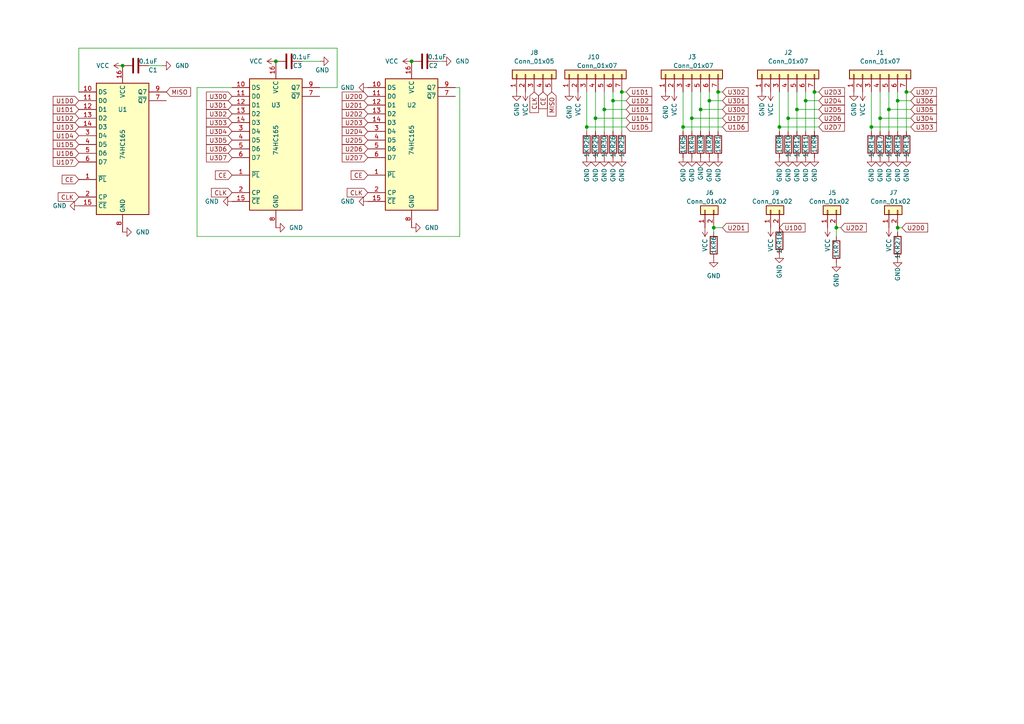
<source format=kicad_sch>
(kicad_sch (version 20230121) (generator eeschema)
  (paper "A4")
  (lib_symbols
    (symbol "74xx:74HC165"
      (property "Reference" "U" (at -7.62 19.05 0))
      (property "Value" "74HC165" (at -7.62 -21.59 0))
      (symbol "74HC165_1_0"
        (pin input line (at -12.7 -10.16 0) (length 5.08) (name "~{PL}") (number "1"))
        (pin input line (at -12.7 15.24 0) (length 5.08) (name "DS") (number "10"))
        (pin input line (at -12.7 12.7 0) (length 5.08) (name "D0") (number "11"))
        (pin input line (at -12.7 10.16 0) (length 5.08) (name "D1") (number "12"))
        (pin input line (at -12.7 7.62 0) (length 5.08) (name "D2") (number "13"))
        (pin input line (at -12.7 5.08 0) (length 5.08) (name "D3") (number "14"))
        (pin input line (at -12.7 -17.78 0) (length 5.08) (name "~{CE}") (number "15"))
        (pin power_in line (at 0 22.86 270) (length 5.08) (name "VCC") (number "16"))
        (pin input line (at -12.7 -15.24 0) (length 5.08) (name "CP") (number "2"))
        (pin input line (at -12.7 2.54 0) (length 5.08) (name "D4") (number "3"))
        (pin input line (at -12.7 0 0) (length 5.08) (name "D5") (number "4"))
        (pin input line (at -12.7 -2.54 0) (length 5.08) (name "D6") (number "5"))
        (pin input line (at -12.7 -5.08 0) (length 5.08) (name "D7") (number "6"))
        (pin output line (at 12.7 12.7 180) (length 5.08) (name "~{Q7}") (number "7"))
        (pin power_in line (at 0 -25.4 90) (length 5.08) (name "GND") (number "8"))
        (pin output line (at 12.7 15.24 180) (length 5.08) (name "Q7") (number "9"))
      )
      (symbol "74HC165_1_1"
        (rectangle (start -7.62 17.78) (end 7.62 -20.32) (stroke (width 0.254)) (fill (type background)))
      )
    )
    (symbol "Connector_Generic:Conn_01x02" (pin_names (offset 1.016) hide)
      (property "Reference" "J" (at 0 2.54 0))
      (property "Value" "Conn_01x02" (at 0 -5.08 0))
      (symbol "Conn_01x02_1_1"
        (rectangle (start -1.27 -2.413) (end 0 -2.667) (stroke (width 0.1524)))
        (rectangle (start -1.27 0.127) (end 0 -0.127) (stroke (width 0.1524)))
        (rectangle (start -1.27 1.27) (end 1.27 -3.81) (stroke (width 0.254)) (fill (type background)))
        (pin passive line (at -5.08 0 0) (length 3.81) (name "Pin_1") (number "1"))
        (pin passive line (at -5.08 -2.54 0) (length 3.81) (name "Pin_2") (number "2"))
      )
    )
    (symbol "Connector_Generic:Conn_01x05" (pin_names (offset 1.016) hide)
      (property "Reference" "J" (at 0 7.62 0))
      (property "Value" "Conn_01x05" (at 0 -7.62 0))
      (symbol "Conn_01x05_1_1"
        (rectangle (start -1.27 -4.953) (end 0 -5.207) (stroke (width 0.1524)))
        (rectangle (start -1.27 -2.413) (end 0 -2.667) (stroke (width 0.1524)))
        (rectangle (start -1.27 0.127) (end 0 -0.127) (stroke (width 0.1524)))
        (rectangle (start -1.27 2.667) (end 0 2.413) (stroke (width 0.1524)))
        (rectangle (start -1.27 5.207) (end 0 4.953) (stroke (width 0.1524)))
        (rectangle (start -1.27 6.35) (end 1.27 -6.35) (stroke (width 0.254)) (fill (type background)))
        (pin passive line (at -5.08 5.08 0) (length 3.81) (name "Pin_1") (number "1"))
        (pin passive line (at -5.08 2.54 0) (length 3.81) (name "Pin_2") (number "2"))
        (pin passive line (at -5.08 0 0) (length 3.81) (name "Pin_3") (number "3"))
        (pin passive line (at -5.08 -2.54 0) (length 3.81) (name "Pin_4") (number "4"))
        (pin passive line (at -5.08 -5.08 0) (length 3.81) (name "Pin_5") (number "5"))
      )
    )
    (symbol "Connector_Generic:Conn_01x07" (pin_names (offset 1.016) hide)
      (property "Reference" "J" (at 0 10.16 0))
      (property "Value" "Conn_01x07" (at 0 -10.16 0))
      (symbol "Conn_01x07_1_1"
        (rectangle (start -1.27 -7.493) (end 0 -7.747) (stroke (width 0.1524)))
        (rectangle (start -1.27 -4.953) (end 0 -5.207) (stroke (width 0.1524)))
        (rectangle (start -1.27 -2.413) (end 0 -2.667) (stroke (width 0.1524)))
        (rectangle (start -1.27 0.127) (end 0 -0.127) (stroke (width 0.1524)))
        (rectangle (start -1.27 2.667) (end 0 2.413) (stroke (width 0.1524)))
        (rectangle (start -1.27 5.207) (end 0 4.953) (stroke (width 0.1524)))
        (rectangle (start -1.27 7.747) (end 0 7.493) (stroke (width 0.1524)))
        (rectangle (start -1.27 8.89) (end 1.27 -8.89) (stroke (width 0.254)) (fill (type background)))
        (pin passive line (at -5.08 7.62 0) (length 3.81) (name "Pin_1") (number "1"))
        (pin passive line (at -5.08 5.08 0) (length 3.81) (name "Pin_2") (number "2"))
        (pin passive line (at -5.08 2.54 0) (length 3.81) (name "Pin_3") (number "3"))
        (pin passive line (at -5.08 0 0) (length 3.81) (name "Pin_4") (number "4"))
        (pin passive line (at -5.08 -2.54 0) (length 3.81) (name "Pin_5") (number "5"))
        (pin passive line (at -5.08 -5.08 0) (length 3.81) (name "Pin_6") (number "6"))
        (pin passive line (at -5.08 -7.62 0) (length 3.81) (name "Pin_7") (number "7"))
      )
    )
    (symbol "Device:C" (pin_numbers hide) (pin_names (offset 0.254))
      (property "Reference" "C" (at 0.635 2.54 0))
      (property "Value" "C" (at 0.635 -2.54 0))
      (symbol "C_0_1"
        (polyline (pts (xy -2.032 -0.762) (xy 2.032 -0.762)) (stroke (width 0.508)))
        (polyline (pts (xy -2.032 0.762) (xy 2.032 0.762)) (stroke (width 0.508)))
      )
      (symbol "C_1_1"
        (pin passive line (at 0 3.81 270) (length 2.794) (name "~") (number "1"))
        (pin passive line (at 0 -3.81 90) (length 2.794) (name "~") (number "2"))
      )
    )
    (symbol "Device:R" (pin_numbers hide) (pin_names (offset 0))
      (property "Reference" "R" (at 2.032 0 90))
      (property "Value" "R" (at 0 0 90))
      (symbol "R_0_1"
        (rectangle (start -1.016 -2.54) (end 1.016 2.54) (stroke (width 0.254)))
      )
      (symbol "R_1_1"
        (pin passive line (at 0 3.81 270) (length 1.27) (name "~") (number "1"))
        (pin passive line (at 0 -3.81 90) (length 1.27) (name "~") (number "2"))
      )
    )
    (symbol "power:GND" (power) (pin_names (offset 0))
      (property "Value" "GND" (at 0 -3.81 0))
      (symbol "GND_0_1"
        (polyline (pts (xy 0 0) (xy 0 -1.27) (xy 1.27 -1.27) (xy 0 -2.54) (xy -1.27 -1.27) (xy 0 -1.27)))
      )
      (symbol "GND_1_1"
        (pin power_in line (at 0 0 270) (length 0) hide (name "GND") (number "1"))
      )
    )
    (symbol "power:VCC" (power) (pin_names (offset 0))
      (property "Value" "VCC" (at 0 3.81 0))
      (symbol "VCC_0_1"
        (polyline (pts (xy -0.762 1.27) (xy 0 2.54)))
        (polyline (pts (xy 0 0) (xy 0 2.54)))
        (polyline (pts (xy 0 2.54) (xy 0.762 1.27)))
      )
      (symbol "VCC_1_1"
        (pin power_in line (at 0 0 90) (length 0) hide (name "VCC") (number "1"))
      )
    )
  )
  (junction (at 257.81 31.75))
  (junction (at 205.74 29.21))
  (junction (at 180.34 26.67))
  (junction (at 262.89 26.67))
  (junction (at 233.68 29.21))
  (junction (at 172.72 34.29))
  (junction (at 198.12 36.83))
  (junction (at 255.27 34.29))
  (junction (at 242.57 66.04))
  (junction (at 175.26 31.75))
  (junction (at 228.6 34.29))
  (junction (at 80.01 17.78))
  (junction (at 208.28 26.67))
  (junction (at 119.38 17.78))
  (junction (at 207.01 66.04))
  (junction (at 260.35 66.04))
  (junction (at 252.73 36.83))
  (junction (at 35.56 19.05))
  (junction (at 236.22 26.67))
  (junction (at 200.66 34.29))
  (junction (at 260.35 29.21))
  (junction (at 177.8 29.21))
  (junction (at 231.14 31.75))
  (junction (at 203.2 31.75))
  (junction (at 226.06 36.83))
  (junction (at 170.18 36.83))
  (wire (pts (xy 209.55 26.67) (xy 208.28 26.67)))
  (wire (pts (xy 226.06 26.67) (xy 226.06 36.83)))
  (wire (pts (xy 181.61 36.83) (xy 170.18 36.83)))
  (wire (pts (xy 170.18 38.1) (xy 170.18 36.83)))
  (wire (pts (xy 92.71 25.4) (xy 97.79 25.4)))
  (wire (pts (xy 226.06 38.1) (xy 226.06 36.83)))
  (wire (pts (xy 209.55 66.04) (xy 207.01 66.04)))
  (wire (pts (xy 57.15 68.58) (xy 133.35 68.58)))
  (wire (pts (xy 261.62 66.04) (xy 260.35 66.04)))
  (wire (pts (xy 262.89 26.67) (xy 264.16 26.67)))
  (wire (pts (xy 133.35 25.4) (xy 133.35 68.58)))
  (wire (pts (xy 255.27 34.29) (xy 264.16 34.29)))
  (wire (pts (xy 255.27 34.29) (xy 255.27 38.1)))
  (wire (pts (xy 133.35 25.4) (xy 132.08 25.4)))
  (wire (pts (xy 175.26 26.67) (xy 175.26 31.75)))
  (wire (pts (xy 233.68 29.21) (xy 237.49 29.21)))
  (wire (pts (xy 243.84 66.04) (xy 242.57 66.04)))
  (wire (pts (xy 209.55 34.29) (xy 200.66 34.29)))
  (wire (pts (xy 177.8 38.1) (xy 177.8 29.21)))
  (wire (pts (xy 198.12 36.83) (xy 198.12 26.67)))
  (wire (pts (xy 46.99 19.05) (xy 43.18 19.05)))
  (wire (pts (xy 260.35 67.31) (xy 260.35 66.04)))
  (wire (pts (xy 257.81 31.75) (xy 257.81 38.1)))
  (wire (pts (xy 233.68 29.21) (xy 233.68 38.1)))
  (wire (pts (xy 236.22 26.67) (xy 236.22 38.1)))
  (wire (pts (xy 200.66 34.29) (xy 200.66 26.67)))
  (wire (pts (xy 257.81 31.75) (xy 264.16 31.75)))
  (wire (pts (xy 172.72 34.29) (xy 172.72 26.67)))
  (wire (pts (xy 181.61 31.75) (xy 175.26 31.75)))
  (wire (pts (xy 231.14 31.75) (xy 237.49 31.75)))
  (wire (pts (xy 255.27 34.29) (xy 255.27 26.67)))
  (wire (pts (xy 209.55 31.75) (xy 203.2 31.75)))
  (wire (pts (xy 22.86 13.97) (xy 97.79 13.97)))
  (wire (pts (xy 87.63 17.78) (xy 92.71 17.78)))
  (wire (pts (xy 226.06 36.83) (xy 237.49 36.83)))
  (wire (pts (xy 170.18 36.83) (xy 170.18 26.67)))
  (wire (pts (xy 57.15 25.4) (xy 67.31 25.4)))
  (wire (pts (xy 233.68 26.67) (xy 233.68 29.21)))
  (wire (pts (xy 180.34 38.1) (xy 180.34 26.67)))
  (wire (pts (xy 260.35 29.21) (xy 264.16 29.21)))
  (wire (pts (xy 22.86 13.97) (xy 22.86 26.67)))
  (wire (pts (xy 228.6 34.29) (xy 228.6 38.1)))
  (wire (pts (xy 262.89 26.67) (xy 262.89 38.1)))
  (wire (pts (xy 252.73 36.83) (xy 252.73 26.67)))
  (wire (pts (xy 172.72 38.1) (xy 172.72 34.29)))
  (wire (pts (xy 175.26 31.75) (xy 175.26 38.1)))
  (wire (pts (xy 236.22 26.67) (xy 237.49 26.67)))
  (wire (pts (xy 205.74 29.21) (xy 205.74 38.1)))
  (wire (pts (xy 200.66 34.29) (xy 200.66 38.1)))
  (wire (pts (xy 260.35 29.21) (xy 260.35 26.67)))
  (wire (pts (xy 177.8 29.21) (xy 177.8 26.67)))
  (wire (pts (xy 228.6 34.29) (xy 237.49 34.29)))
  (wire (pts (xy 57.15 68.58) (xy 57.15 25.4)))
  (wire (pts (xy 181.61 29.21) (xy 177.8 29.21)))
  (wire (pts (xy 252.73 36.83) (xy 252.73 38.1)))
  (wire (pts (xy 198.12 38.1) (xy 198.12 36.83)))
  (wire (pts (xy 205.74 29.21) (xy 205.74 26.67)))
  (wire (pts (xy 257.81 31.75) (xy 257.81 26.67)))
  (wire (pts (xy 127 17.78) (xy 128.27 17.78)))
  (wire (pts (xy 208.28 26.67) (xy 208.28 38.1)))
  (wire (pts (xy 228.6 26.67) (xy 228.6 34.29)))
  (wire (pts (xy 209.55 29.21) (xy 205.74 29.21)))
  (wire (pts (xy 203.2 31.75) (xy 203.2 38.1)))
  (wire (pts (xy 231.14 26.67) (xy 231.14 31.75)))
  (wire (pts (xy 181.61 26.67) (xy 180.34 26.67)))
  (wire (pts (xy 181.61 34.29) (xy 172.72 34.29)))
  (wire (pts (xy 209.55 36.83) (xy 198.12 36.83)))
  (wire (pts (xy 252.73 36.83) (xy 264.16 36.83)))
  (wire (pts (xy 97.79 13.97) (xy 97.79 25.4)))
  (wire (pts (xy 231.14 31.75) (xy 231.14 38.1)))
  (wire (pts (xy 260.35 29.21) (xy 260.35 38.1)))
  (wire (pts (xy 207.01 67.31) (xy 207.01 66.04)))
  (wire (pts (xy 242.57 68.58) (xy 242.57 66.04)))
  (wire (pts (xy 203.2 31.75) (xy 203.2 26.67)))
  (global_label "U2D4" (shape input) (at 237.49 29.21 0) (property "Intersheetrefs" "${INTERSHEET_REFS}" (effects hide)))
  (global_label "U3D4" (shape input) (at 264.16 34.29 0) (property "Intersheetrefs" "${INTERSHEET_REFS}" (effects hide)))
  (global_label "U1D3" (shape input) (at 22.86 36.83 180) (property "Intersheetrefs" "${INTERSHEET_REFS}" (effects hide)))
  (global_label "U1D1" (shape input) (at 181.61 26.67 0) (property "Intersheetrefs" "${INTERSHEET_REFS}" (effects hide)))
  (global_label "U3D7" (shape input) (at 67.31 45.72 180) (property "Intersheetrefs" "${INTERSHEET_REFS}" (effects hide)))
  (global_label "U1D7" (shape input) (at 209.55 34.29 0) (property "Intersheetrefs" "${INTERSHEET_REFS}" (effects hide)))
  (global_label "U2D1" (shape input) (at 106.68 30.48 180) (property "Intersheetrefs" "${INTERSHEET_REFS}" (effects hide)))
  (global_label "U1D6" (shape input) (at 209.55 36.83 0) (property "Intersheetrefs" "${INTERSHEET_REFS}" (effects hide)))
  (global_label "U3D1" (shape input) (at 209.55 29.21 0) (property "Intersheetrefs" "${INTERSHEET_REFS}" (effects hide)))
  (global_label "U2D1" (shape input) (at 209.55 66.04 0) (property "Intersheetrefs" "${INTERSHEET_REFS}" (effects hide)))
  (global_label "U1D2" (shape input) (at 22.86 34.29 180) (property "Intersheetrefs" "${INTERSHEET_REFS}" (effects hide)))
  (global_label "U1D5" (shape input) (at 181.61 36.83 0) (property "Intersheetrefs" "${INTERSHEET_REFS}" (effects hide)))
  (global_label "U1D1" (shape input) (at 22.86 31.75 180) (property "Intersheetrefs" "${INTERSHEET_REFS}" (effects hide)))
  (global_label "U2D5" (shape input) (at 106.68 40.64 180) (property "Intersheetrefs" "${INTERSHEET_REFS}" (effects hide)))
  (global_label "U3D6" (shape input) (at 67.31 43.18 180) (property "Intersheetrefs" "${INTERSHEET_REFS}" (effects hide)))
  (global_label "U1D3" (shape input) (at 181.61 31.75 0) (property "Intersheetrefs" "${INTERSHEET_REFS}" (effects hide)))
  (global_label "U3D0" (shape input) (at 209.55 31.75 0) (property "Intersheetrefs" "${INTERSHEET_REFS}" (effects hide)))
  (global_label "CLK" (shape input) (at 106.68 55.88 180) (property "Intersheetrefs" "${INTERSHEET_REFS}" (effects hide)))
  (global_label "U1D2" (shape input) (at 181.61 29.21 0) (property "Intersheetrefs" "${INTERSHEET_REFS}" (effects hide)))
  (global_label "U1D6" (shape input) (at 22.86 44.45 180) (property "Intersheetrefs" "${INTERSHEET_REFS}" (effects hide)))
  (global_label "U1D4" (shape input) (at 181.61 34.29 0) (property "Intersheetrefs" "${INTERSHEET_REFS}" (effects hide)))
  (global_label "U3D7" (shape input) (at 264.16 26.67 0) (property "Intersheetrefs" "${INTERSHEET_REFS}" (effects hide)))
  (global_label "U1D0" (shape input) (at 22.86 29.21 180) (property "Intersheetrefs" "${INTERSHEET_REFS}" (effects hide)))
  (global_label "U2D2" (shape input) (at 243.84 66.04 0) (property "Intersheetrefs" "${INTERSHEET_REFS}" (effects hide)))
  (global_label "CE" (shape input) (at 106.68 50.8 180) (property "Intersheetrefs" "${INTERSHEET_REFS}" (effects hide)))
  (global_label "U1D5" (shape input) (at 22.86 41.91 180) (property "Intersheetrefs" "${INTERSHEET_REFS}" (effects hide)))
  (global_label "U1D4" (shape input) (at 22.86 39.37 180) (property "Intersheetrefs" "${INTERSHEET_REFS}" (effects hide)))
  (global_label "U3D4" (shape input) (at 67.31 38.1 180) (property "Intersheetrefs" "${INTERSHEET_REFS}" (effects hide)))
  (global_label "MISO" (shape input) (at 48.26 26.67 0) (property "Intersheetrefs" "${INTERSHEET_REFS}" (effects hide)))
  (global_label "U3D3" (shape input) (at 264.16 36.83 0) (property "Intersheetrefs" "${INTERSHEET_REFS}" (effects hide)))
  (global_label "U3D6" (shape input) (at 264.16 29.21 0) (property "Intersheetrefs" "${INTERSHEET_REFS}" (effects hide)))
  (global_label "U3D5" (shape input) (at 67.31 40.64 180) (property "Intersheetrefs" "${INTERSHEET_REFS}" (effects hide)))
  (global_label "CLK" (shape input) (at 67.31 55.88 180) (property "Intersheetrefs" "${INTERSHEET_REFS}" (effects hide)))
  (global_label "U2D6" (shape input) (at 106.68 43.18 180) (property "Intersheetrefs" "${INTERSHEET_REFS}" (effects hide)))
  (global_label "U2D3" (shape input) (at 106.68 35.56 180) (property "Intersheetrefs" "${INTERSHEET_REFS}" (effects hide)))
  (global_label "U2D4" (shape input) (at 106.68 38.1 180) (property "Intersheetrefs" "${INTERSHEET_REFS}" (effects hide)))
  (global_label "U1D0" (shape input) (at 226.06 66.04 0) (property "Intersheetrefs" "${INTERSHEET_REFS}" (effects hide)))
  (global_label "U3D2" (shape input) (at 209.55 26.67 0) (property "Intersheetrefs" "${INTERSHEET_REFS}" (effects hide)))
  (global_label "U3D1" (shape input) (at 67.31 30.48 180) (property "Intersheetrefs" "${INTERSHEET_REFS}" (effects hide)))
  (global_label "U3D3" (shape input) (at 67.31 35.56 180) (property "Intersheetrefs" "${INTERSHEET_REFS}" (effects hide)))
  (global_label "U3D0" (shape input) (at 67.31 27.94 180) (property "Intersheetrefs" "${INTERSHEET_REFS}" (effects hide)))
  (global_label "U3D2" (shape input) (at 67.31 33.02 180) (property "Intersheetrefs" "${INTERSHEET_REFS}" (effects hide)))
  (global_label "U1D7" (shape input) (at 22.86 46.99 180) (property "Intersheetrefs" "${INTERSHEET_REFS}" (effects hide)))
  (global_label "U2D2" (shape input) (at 106.68 33.02 180) (property "Intersheetrefs" "${INTERSHEET_REFS}" (effects hide)))
  (global_label "CLK" (shape input) (at 154.94 26.67 270) (property "Intersheetrefs" "${INTERSHEET_REFS}" (effects hide)))
  (global_label "MISO" (shape input) (at 160.02 26.67 270) (property "Intersheetrefs" "${INTERSHEET_REFS}" (effects hide)))
  (global_label "U2D6" (shape input) (at 237.49 34.29 0) (property "Intersheetrefs" "${INTERSHEET_REFS}" (effects hide)))
  (global_label "CE" (shape input) (at 22.86 52.07 180) (property "Intersheetrefs" "${INTERSHEET_REFS}" (effects hide)))
  (global_label "CE" (shape input) (at 157.48 26.67 270) (property "Intersheetrefs" "${INTERSHEET_REFS}" (effects hide)))
  (global_label "U2D3" (shape input) (at 237.49 26.67 0) (property "Intersheetrefs" "${INTERSHEET_REFS}" (effects hide)))
  (global_label "U2D7" (shape input) (at 106.68 45.72 180) (property "Intersheetrefs" "${INTERSHEET_REFS}" (effects hide)))
  (global_label "U2D7" (shape input) (at 237.49 36.83 0) (property "Intersheetrefs" "${INTERSHEET_REFS}" (effects hide)))
  (global_label "U2D5" (shape input) (at 237.49 31.75 0) (property "Intersheetrefs" "${INTERSHEET_REFS}" (effects hide)))
  (global_label "CLK" (shape input) (at 22.86 57.15 180) (property "Intersheetrefs" "${INTERSHEET_REFS}" (effects hide)))
  (global_label "U3D5" (shape input) (at 264.16 31.75 0) (property "Intersheetrefs" "${INTERSHEET_REFS}" (effects hide)))
  (global_label "CE" (shape input) (at 67.31 50.8 180) (property "Intersheetrefs" "${INTERSHEET_REFS}" (effects hide)))
  (global_label "U2D0" (shape input) (at 261.62 66.04 0) (property "Intersheetrefs" "${INTERSHEET_REFS}" (effects hide)))
  (global_label "U2D0" (shape input) (at 106.68 27.94 180) (property "Intersheetrefs" "${INTERSHEET_REFS}" (effects hide)))
  (symbol (lib_id "Connector_Generic:Conn_01x07") (at 255.27 21.59 90) (unit 1)
    (property "Reference" "J1" (at 255.27 15.24 90))
    (property "Value" "Conn_01x07" (at 255.27 17.78 90))
    (property "Footprint" "Connector_JST:JST_XH_B7B-XH-A_1x07_P2.50mm_Vertical" (effects hide))
  )
  (symbol (lib_id "power:VCC") (at 119.38 17.78 90) (unit 1)
    (property "Reference" "#PWR07" (effects hide))
    (property "Value" "VCC" (at 115.57 17.78 90) (effects (justify left)))
  )
  (symbol (lib_id "Device:C") (at 39.37 19.05 90) (unit 1)
    (property "Reference" "C1" (at 45.72 20.32 90) (effects (justify left)))
    (property "Value" "0.1uF" (at 45.72 17.78 90) (effects (justify left)))
    (property "Footprint" "Capacitor_SMD:C_0805_2012Metric_Pad1.18x1.45mm_HandSolder" (effects hide))
  )
  (symbol (lib_id "Device:R") (at 203.2 41.91 0) (unit 1)
    (property "Reference" "R3" (at 203.2 41.91 90) (effects (justify left)))
    (property "Value" "1K" (at 203.2 44.45 90) (effects (justify left)))
    (property "Footprint" "Resistor_SMD:R_0805_2012Metric_Pad1.20x1.40mm_HandSolder" (effects hide))
  )
  (symbol (lib_id "power:GND") (at 67.31 58.42 270) (unit 1)
    (property "Reference" "#PWR0103" (effects hide))
    (property "Value" "GND" (at 63.5 58.4199 90) (effects (justify right)))
  )
  (symbol (lib_id "Device:R") (at 172.72 41.91 0) (unit 1)
    (property "Reference" "R29" (at 172.72 43.18 90) (effects (justify left)))
    (property "Value" "1K" (at 172.72 45.72 90) (effects (justify left)))
    (property "Footprint" "Resistor_SMD:R_0805_2012Metric_Pad1.20x1.40mm_HandSolder" (effects hide))
  )
  (symbol (lib_id "Device:R") (at 198.12 41.91 180) (unit 1)
    (property "Reference" "R5" (at 198.12 39.37 90) (effects (justify left)))
    (property "Value" "1K" (at 198.12 41.91 90) (effects (justify left)))
    (property "Footprint" "Resistor_SMD:R_0805_2012Metric_Pad1.20x1.40mm_HandSolder" (effects hide))
  )
  (symbol (lib_id "Device:R") (at 252.73 41.91 0) (unit 1)
    (property "Reference" "R14" (at 252.73 43.18 90) (effects (justify left)))
    (property "Value" "1K" (at 252.73 45.72 90) (effects (justify left)))
    (property "Footprint" "Resistor_SMD:R_0805_2012Metric_Pad1.20x1.40mm_HandSolder" (effects hide))
  )
  (symbol (lib_id "power:GND") (at 226.06 73.66 0) (unit 1)
    (property "Reference" "#PWR0138" (effects hide))
    (property "Value" "GND" (at 226.06 78.74 90))
  )
  (symbol (lib_id "Device:R") (at 233.68 41.91 0) (unit 1)
    (property "Reference" "R11" (at 233.68 43.18 90) (effects (justify left)))
    (property "Value" "1K" (at 233.68 45.72 90) (effects (justify left)))
    (property "Footprint" "Resistor_SMD:R_0805_2012Metric_Pad1.20x1.40mm_HandSolder" (effects hide))
  )
  (symbol (lib_id "power:GND") (at 226.06 45.72 0) (unit 1)
    (property "Reference" "#PWR0125" (effects hide))
    (property "Value" "GND" (at 226.06 50.8 90))
  )
  (symbol (lib_id "power:GND") (at 200.66 45.72 0) (unit 1)
    (property "Reference" "#PWR0121" (effects hide))
    (property "Value" "GND" (at 200.66 50.8 90))
  )
  (symbol (lib_id "Device:R") (at 207.01 71.12 0) (unit 1)
    (property "Reference" "R6" (at 207.01 71.12 90) (effects (justify left)))
    (property "Value" "1K" (at 207.01 73.66 90) (effects (justify left)))
    (property "Footprint" "Resistor_SMD:R_0805_2012Metric_Pad1.20x1.40mm_HandSolder" (effects hide))
  )
  (symbol (lib_id "power:GND") (at 22.86 59.69 270) (unit 1)
    (property "Reference" "#PWR0107" (effects hide))
    (property "Value" "GND" (at 15.24 59.69 90) (effects (justify left)))
  )
  (symbol (lib_id "power:GND") (at 205.74 45.72 0) (unit 1)
    (property "Reference" "#PWR0119" (effects hide))
    (property "Value" "GND" (at 205.74 50.8 90))
  )
  (symbol (lib_id "power:GND") (at 231.14 45.72 0) (unit 1)
    (property "Reference" "#PWR0129" (effects hide))
    (property "Value" "GND" (at 231.14 50.8 90))
  )
  (symbol (lib_id "power:GND") (at 208.28 45.72 0) (unit 1)
    (property "Reference" "#PWR0118" (effects hide))
    (property "Value" "GND" (at 208.28 50.8 90))
  )
  (symbol (lib_id "power:VCC") (at 195.58 26.67 180) (unit 1)
    (property "Reference" "#PWR010" (effects hide))
    (property "Value" "VCC" (at 195.58 31.75 90))
  )
  (symbol (lib_id "Connector_Generic:Conn_01x07") (at 228.6 21.59 90) (unit 1)
    (property "Reference" "J2" (at 228.6 15.24 90))
    (property "Value" "Conn_01x07" (at 228.6 17.78 90))
    (property "Footprint" "Connector_JST:JST_XH_B7B-XH-A_1x07_P2.50mm_Vertical" (effects hide))
  )
  (symbol (lib_id "power:VCC") (at 223.52 66.04 180) (unit 1)
    (property "Reference" "#PWR014" (effects hide))
    (property "Value" "VCC" (at 223.52 71.12 90))
  )
  (symbol (lib_id "Connector_Generic:Conn_01x02") (at 257.81 60.96 90) (unit 1)
    (property "Reference" "J7" (at 260.35 55.88 90) (effects (justify left)))
    (property "Value" "Conn_01x02" (at 264.16 58.42 90) (effects (justify left)))
    (property "Footprint" "Connector_JST:JST_XH_B2B-XH-A_1x02_P2.50mm_Vertical" (effects hide))
  )
  (symbol (lib_id "power:GND") (at 260.35 74.93 0) (unit 1)
    (property "Reference" "#PWR0131" (effects hide))
    (property "Value" "GND" (at 260.35 77.47 90) (effects (justify right)))
  )
  (symbol (lib_id "Device:R") (at 255.27 41.91 0) (unit 1)
    (property "Reference" "R17" (at 255.27 43.18 90) (effects (justify left)))
    (property "Value" "1K" (at 255.27 45.72 90) (effects (justify left)))
    (property "Footprint" "Resistor_SMD:R_0805_2012Metric_Pad1.20x1.40mm_HandSolder" (effects hide))
  )
  (symbol (lib_id "power:GND") (at 262.89 45.72 0) (unit 1)
    (property "Reference" "#PWR0130" (effects hide))
    (property "Value" "GND" (at 262.89 50.8 90))
  )
  (symbol (lib_id "Device:R") (at 177.8 41.91 0) (unit 1)
    (property "Reference" "R26" (at 177.8 43.18 90) (effects (justify left)))
    (property "Value" "1K" (at 177.8 45.72 90) (effects (justify left)))
    (property "Footprint" "Resistor_SMD:R_0805_2012Metric_Pad1.20x1.40mm_HandSolder" (effects hide))
  )
  (symbol (lib_id "power:GND") (at 106.68 58.42 270) (unit 1)
    (property "Reference" "#PWR03" (effects hide))
    (property "Value" "GND" (at 102.87 58.42 90) (effects (justify right)))
  )
  (symbol (lib_id "Device:R") (at 226.06 69.85 0) (unit 1)
    (property "Reference" "R18" (at 226.06 71.12 90) (effects (justify left)))
    (property "Value" "1K" (at 226.06 73.66 90) (effects (justify left)))
    (property "Footprint" "Resistor_SMD:R_0805_2012Metric_Pad1.20x1.40mm_HandSolder" (effects hide))
  )
  (symbol (lib_id "Device:C") (at 123.19 17.78 90) (unit 1)
    (property "Reference" "C2" (at 127 19.05 90) (effects (justify left)))
    (property "Value" "0.1uF" (at 129.54 16.51 90) (effects (justify left)))
    (property "Footprint" "Capacitor_SMD:C_0805_2012Metric_Pad1.18x1.45mm_HandSolder" (effects hide))
  )
  (symbol (lib_id "Connector_Generic:Conn_01x02") (at 240.03 60.96 90) (unit 1)
    (property "Reference" "J5" (at 242.57 55.88 90) (effects (justify left)))
    (property "Value" "Conn_01x02" (at 246.38 58.42 90) (effects (justify left)))
    (property "Footprint" "Connector_JST:JST_XH_B2B-XH-A_1x02_P2.50mm_Vertical" (effects hide))
  )
  (symbol (lib_id "74xx:74HC165") (at 80.01 40.64 0) (unit 1)
    (property "Reference" "U3" (at 80.01 30.48 0))
    (property "Value" "74HC165" (at 80.01 40.64 90))
    (property "Footprint" "Package_SO:TSSOP-16_4.4x5mm_P0.65mm" (effects hide))
    (property "Datasheet" "https://assets.nexperia.com/documents/data-sheet/74HC_HCT165.pdf" (effects hide))
  )
  (symbol (lib_id "Device:R") (at 170.18 41.91 0) (unit 1)
    (property "Reference" "R28" (at 170.18 43.18 90) (effects (justify left)))
    (property "Value" "1K" (at 170.18 45.72 90) (effects (justify left)))
    (property "Footprint" "Resistor_SMD:R_0805_2012Metric_Pad1.20x1.40mm_HandSolder" (effects hide))
  )
  (symbol (lib_id "power:GND") (at 242.57 76.2 0) (unit 1)
    (property "Reference" "#PWR0123" (effects hide))
    (property "Value" "GND" (at 242.57 81.28 90))
  )
  (symbol (lib_id "power:VCC") (at 80.01 17.78 90) (unit 1)
    (property "Reference" "#PWR06" (effects hide))
    (property "Value" "VCC" (at 76.2 17.78 90) (effects (justify left)))
  )
  (symbol (lib_id "power:VCC") (at 204.47 66.04 180) (unit 1)
    (property "Reference" "#PWR013" (effects hide))
    (property "Value" "VCC" (at 204.47 71.12 90))
  )
  (symbol (lib_id "74xx:74HC165") (at 119.38 40.64 0) (unit 1)
    (property "Reference" "U2" (at 119.38 30.48 0))
    (property "Value" "74HC165" (at 119.38 40.64 90))
    (property "Footprint" "Package_SO:TSSOP-16_4.4x5mm_P0.65mm" (effects hide))
    (property "Datasheet" "https://assets.nexperia.com/documents/data-sheet/74HC_HCT165.pdf" (effects hide))
  )
  (symbol (lib_id "power:GND") (at 193.04 26.67 0) (unit 1)
    (property "Reference" "#PWR0114" (effects hide))
    (property "Value" "GND" (at 193.0399 30.48 90) (effects (justify right)))
  )
  (symbol (lib_id "Device:R") (at 262.89 41.91 0) (unit 1)
    (property "Reference" "R13" (at 262.89 43.18 90) (effects (justify left)))
    (property "Value" "1K" (at 262.89 45.72 90) (effects (justify left)))
    (property "Footprint" "Resistor_SMD:R_0805_2012Metric_Pad1.20x1.40mm_HandSolder" (effects hide))
  )
  (symbol (lib_id "power:VCC") (at 35.56 19.05 90) (unit 1)
    (property "Reference" "#PWR05" (effects hide))
    (property "Value" "VCC" (at 31.75 19.05 90) (effects (justify left)))
  )
  (symbol (lib_id "power:GND") (at 35.56 67.31 90) (unit 1)
    (property "Reference" "#PWR02" (effects hide))
    (property "Value" "GND" (at 39.37 67.31 90) (effects (justify right)))
  )
  (symbol (lib_id "Device:R") (at 228.6 41.91 0) (unit 1)
    (property "Reference" "R10" (at 228.6 43.18 90) (effects (justify left)))
    (property "Value" "1K" (at 228.6 45.72 90) (effects (justify left)))
    (property "Footprint" "Resistor_SMD:R_0805_2012Metric_Pad1.20x1.40mm_HandSolder" (effects hide))
  )
  (symbol (lib_id "Device:R") (at 205.74 41.91 0) (unit 1)
    (property "Reference" "R2" (at 205.74 41.91 90) (effects (justify left)))
    (property "Value" "1K" (at 205.74 44.45 90) (effects (justify left)))
    (property "Footprint" "Resistor_SMD:R_0805_2012Metric_Pad1.20x1.40mm_HandSolder" (effects hide))
  )
  (symbol (lib_id "power:VCC") (at 152.4 26.67 180) (unit 1)
    (property "Reference" "#PWR08" (effects hide))
    (property "Value" "VCC" (at 152.4 31.75 90))
  )
  (symbol (lib_id "power:GND") (at 203.2 45.72 0) (unit 1)
    (property "Reference" "#PWR0122" (effects hide))
    (property "Value" "GND" (at 203.2 48.26 90) (effects (justify right)))
  )
  (symbol (lib_id "Connector_Generic:Conn_01x07") (at 172.72 21.59 90) (unit 1)
    (property "Reference" "J10" (at 173.99 16.51 90) (effects (justify left)))
    (property "Value" "Conn_01x07" (at 179.07 19.05 90) (effects (justify left)))
    (property "Footprint" "Connector_JST:JST_XH_B7B-XH-A_1x07_P2.50mm_Vertical" (effects hide))
  )
  (symbol (lib_id "power:GND") (at 177.8 45.72 0) (unit 1)
    (property "Reference" "#PWR0152" (effects hide))
    (property "Value" "GND" (at 177.8 50.8 90))
  )
  (symbol (lib_id "power:VCC") (at 250.19 26.67 180) (unit 1)
    (property "Reference" "#PWR012" (effects hide))
    (property "Value" "VCC" (at 250.19 31.75 90))
  )
  (symbol (lib_id "power:VCC") (at 167.64 26.67 180) (unit 1)
    (property "Reference" "#PWR09" (effects hide))
    (property "Value" "VCC" (at 167.64 31.75 90))
  )
  (symbol (lib_id "Device:R") (at 231.14 41.91 0) (unit 1)
    (property "Reference" "R12" (at 231.14 43.18 90) (effects (justify left)))
    (property "Value" "1K" (at 231.14 45.72 90) (effects (justify left)))
    (property "Footprint" "Resistor_SMD:R_0805_2012Metric_Pad1.20x1.40mm_HandSolder" (effects hide))
  )
  (symbol (lib_id "Device:R") (at 180.34 41.91 0) (unit 1)
    (property "Reference" "R25" (at 180.34 43.18 90) (effects (justify left)))
    (property "Value" "1K" (at 180.34 45.72 90) (effects (justify left)))
    (property "Footprint" "Resistor_SMD:R_0805_2012Metric_Pad1.20x1.40mm_HandSolder" (effects hide))
  )
  (symbol (lib_id "Device:R") (at 226.06 41.91 0) (unit 1)
    (property "Reference" "R8" (at 226.06 41.91 90) (effects (justify left)))
    (property "Value" "1K" (at 226.06 44.45 90) (effects (justify left)))
    (property "Footprint" "Resistor_SMD:R_0805_2012Metric_Pad1.20x1.40mm_HandSolder" (effects hide))
  )
  (symbol (lib_id "74xx:74HC165") (at 35.56 41.91 0) (unit 1)
    (property "Reference" "U1" (at 35.56 31.75 0))
    (property "Value" "74HC165" (at 35.56 41.91 90))
    (property "Footprint" "Package_SO:TSSOP-16_4.4x5mm_P0.65mm" (effects hide))
    (property "Datasheet" "https://assets.nexperia.com/documents/data-sheet/74HC_HCT165.pdf" (effects hide))
  )
  (symbol (lib_id "power:GND") (at 236.22 45.72 0) (unit 1)
    (property "Reference" "#PWR0128" (effects hide))
    (property "Value" "GND" (at 236.22 50.8 90))
  )
  (symbol (lib_id "power:VCC") (at 257.81 66.04 180) (unit 1)
    (property "Reference" "#PWR016" (effects hide))
    (property "Value" "VCC" (at 257.81 71.12 90))
  )
  (symbol (lib_id "Device:R") (at 260.35 41.91 0) (unit 1)
    (property "Reference" "R15" (at 260.35 43.18 90) (effects (justify left)))
    (property "Value" "1K" (at 260.35 45.72 90) (effects (justify left)))
    (property "Footprint" "Resistor_SMD:R_0805_2012Metric_Pad1.20x1.40mm_HandSolder" (effects hide))
  )
  (symbol (lib_id "power:VCC") (at 223.52 26.67 180) (unit 1)
    (property "Reference" "#PWR011" (effects hide))
    (property "Value" "VCC" (at 223.52 31.75 90))
  )
  (symbol (lib_id "Device:C") (at 83.82 17.78 90) (unit 1)
    (property "Reference" "C3" (at 87.63 19.05 90) (effects (justify left)))
    (property "Value" "0.1uF" (at 90.17 16.51 90) (effects (justify left)))
    (property "Footprint" "Capacitor_SMD:C_0805_2012Metric_Pad1.18x1.45mm_HandSolder" (effects hide))
  )
  (symbol (lib_id "power:GND") (at 149.86 26.67 0) (unit 1)
    (property "Reference" "#PWR0106" (effects hide))
    (property "Value" "GND" (at 149.86 31.75 90))
  )
  (symbol (lib_id "Connector_Generic:Conn_01x07") (at 200.66 21.59 90) (unit 1)
    (property "Reference" "J3" (at 201.93 16.51 90) (effects (justify left)))
    (property "Value" "Conn_01x07" (at 207.01 19.05 90) (effects (justify left)))
    (property "Footprint" "Connector_JST:JST_XH_B7B-XH-A_1x07_P2.50mm_Vertical" (effects hide))
  )
  (symbol (lib_id "Device:R") (at 208.28 41.91 0) (unit 1)
    (property "Reference" "R1" (at 208.28 41.91 90) (effects (justify left)))
    (property "Value" "1K" (at 208.28 44.45 90) (effects (justify left)))
    (property "Footprint" "Resistor_SMD:R_0805_2012Metric_Pad1.20x1.40mm_HandSolder" (effects hide))
  )
  (symbol (lib_id "power:GND") (at 165.1 26.67 0) (unit 1)
    (property "Reference" "#PWR0154" (effects hide))
    (property "Value" "GND" (at 165.0999 30.48 90) (effects (justify right)))
  )
  (symbol (lib_id "power:GND") (at 228.6 45.72 0) (unit 1)
    (property "Reference" "#PWR0127" (effects hide))
    (property "Value" "GND" (at 228.6 50.8 90))
  )
  (symbol (lib_id "power:GND") (at 128.27 17.78 90) (unit 1)
    (property "Reference" "#PWR0104" (effects hide))
    (property "Value" "GND" (at 132.08 17.78 90) (effects (justify right)))
  )
  (symbol (lib_id "Device:R") (at 257.81 41.91 0) (unit 1)
    (property "Reference" "R16" (at 257.81 43.18 90) (effects (justify left)))
    (property "Value" "1K" (at 257.81 45.72 90) (effects (justify left)))
    (property "Footprint" "Resistor_SMD:R_0805_2012Metric_Pad1.20x1.40mm_HandSolder" (effects hide))
  )
  (symbol (lib_id "power:GND") (at 257.81 45.72 0) (unit 1)
    (property "Reference" "#PWR0133" (effects hide))
    (property "Value" "GND" (at 257.81 50.8 90))
  )
  (symbol (lib_id "power:GND") (at 255.27 45.72 0) (unit 1)
    (property "Reference" "#PWR0134" (effects hide))
    (property "Value" "GND" (at 255.27 50.8 90))
  )
  (symbol (lib_id "power:GND") (at 92.71 17.78 90) (unit 1)
    (property "Reference" "#PWR0141" (effects hide))
    (property "Value" "GND" (at 91.44 20.32 90) (effects (justify right)))
  )
  (symbol (lib_id "Device:R") (at 175.26 41.91 0) (unit 1)
    (property "Reference" "R30" (at 175.26 43.18 90) (effects (justify left)))
    (property "Value" "1K" (at 175.26 45.72 90) (effects (justify left)))
    (property "Footprint" "Resistor_SMD:R_0805_2012Metric_Pad1.20x1.40mm_HandSolder" (effects hide))
  )
  (symbol (lib_id "Device:R") (at 260.35 71.12 0) (unit 1)
    (property "Reference" "R27" (at 260.35 68.58 90) (effects (justify right)))
    (property "Value" "1K" (at 260.35 72.39 90) (effects (justify right)))
    (property "Footprint" "Resistor_SMD:R_0805_2012Metric_Pad1.20x1.40mm_HandSolder" (effects hide))
  )
  (symbol (lib_id "power:GND") (at 172.72 45.72 0) (unit 1)
    (property "Reference" "#PWR0149" (effects hide))
    (property "Value" "GND" (at 172.72 50.8 90))
  )
  (symbol (lib_id "Connector_Generic:Conn_01x02") (at 204.47 60.96 90) (unit 1)
    (property "Reference" "J6" (at 207.01 55.88 90) (effects (justify left)))
    (property "Value" "Conn_01x02" (at 210.82 58.42 90) (effects (justify left)))
    (property "Footprint" "Connector_JST:JST_XH_B2B-XH-A_1x02_P2.50mm_Vertical" (effects hide))
  )
  (symbol (lib_id "power:GND") (at 46.99 19.05 90) (unit 1)
    (property "Reference" "#PWR0139" (effects hide))
    (property "Value" "GND" (at 50.8 19.05 90) (effects (justify right)))
  )
  (symbol (lib_id "power:GND") (at 170.18 45.72 0) (unit 1)
    (property "Reference" "#PWR0148" (effects hide))
    (property "Value" "GND" (at 170.18 50.8 90))
  )
  (symbol (lib_id "power:GND") (at 198.12 45.72 0) (unit 1)
    (property "Reference" "#PWR0120" (effects hide))
    (property "Value" "GND" (at 198.12 50.8 90))
  )
  (symbol (lib_id "power:GND") (at 252.73 45.72 0) (unit 1)
    (property "Reference" "#PWR0132" (effects hide))
    (property "Value" "GND" (at 252.73 50.8 90))
  )
  (symbol (lib_id "power:GND") (at 233.68 45.72 0) (unit 1)
    (property "Reference" "#PWR0126" (effects hide))
    (property "Value" "GND" (at 233.68 50.8 90))
  )
  (symbol (lib_id "Device:R") (at 242.57 72.39 0) (unit 1)
    (property "Reference" "R7" (at 242.57 72.39 90) (effects (justify left)))
    (property "Value" "1K" (at 242.57 74.93 90) (effects (justify left)))
    (property "Footprint" "Resistor_SMD:R_0805_2012Metric_Pad1.20x1.40mm_HandSolder" (effects hide))
  )
  (symbol (lib_id "Connector_Generic:Conn_01x05") (at 154.94 21.59 90) (unit 1)
    (property "Reference" "J8" (at 154.94 15.24 90))
    (property "Value" "Conn_01x05" (at 154.94 17.78 90))
    (property "Footprint" "Connector_JST:JST_XH_B5B-XH-A_1x05_P2.50mm_Vertical" (effects hide))
  )
  (symbol (lib_id "power:GND") (at 247.65 26.67 0) (unit 1)
    (property "Reference" "#PWR0112" (effects hide))
    (property "Value" "GND" (at 247.65 31.75 90))
  )
  (symbol (lib_id "power:GND") (at 207.01 74.93 0) (unit 1)
    (property "Reference" "#PWR0124" (effects hide))
    (property "Value" "GND" (at 207.01 80.01 0))
  )
  (symbol (lib_id "Device:R") (at 200.66 41.91 180) (unit 1)
    (property "Reference" "R4" (at 200.66 39.37 90) (effects (justify left)))
    (property "Value" "1K" (at 200.66 41.91 90) (effects (justify left)))
    (property "Footprint" "Resistor_SMD:R_0805_2012Metric_Pad1.20x1.40mm_HandSolder" (effects hide))
  )
  (symbol (lib_id "power:GND") (at 220.98 26.67 0) (unit 1)
    (property "Reference" "#PWR0115" (effects hide))
    (property "Value" "GND" (at 220.98 31.75 90))
  )
  (symbol (lib_id "power:VCC") (at 240.03 66.04 180) (unit 1)
    (property "Reference" "#PWR015" (effects hide))
    (property "Value" "VCC" (at 240.03 71.12 90))
  )
  (symbol (lib_id "power:GND") (at 260.35 45.72 0) (unit 1)
    (property "Reference" "#PWR0135" (effects hide))
    (property "Value" "GND" (at 260.35 50.8 90))
  )
  (symbol (lib_id "power:GND") (at 180.34 45.72 0) (unit 1)
    (property "Reference" "#PWR0151" (effects hide))
    (property "Value" "GND" (at 180.34 50.8 90))
  )
  (symbol (lib_id "power:GND") (at 80.01 66.04 90) (unit 1)
    (property "Reference" "#PWR04" (effects hide))
    (property "Value" "GND" (at 83.82 66.04 90) (effects (justify right)))
  )
  (symbol (lib_id "power:GND") (at 106.68 25.4 270) (unit 1)
    (property "Reference" "#PWR01" (effects hide))
    (property "Value" "GND" (at 102.87 25.4 90) (effects (justify right)))
  )
  (symbol (lib_id "Connector_Generic:Conn_01x02") (at 223.52 60.96 90) (unit 1)
    (property "Reference" "J9" (at 226.06 55.88 90) (effects (justify left)))
    (property "Value" "Conn_01x02" (at 229.87 58.42 90) (effects (justify left)))
    (property "Footprint" "Connector_JST:JST_XH_B2B-XH-A_1x02_P2.50mm_Vertical" (effects hide))
  )
  (symbol (lib_id "Device:R") (at 236.22 41.91 0) (unit 1)
    (property "Reference" "R9" (at 236.22 41.91 90) (effects (justify left)))
    (property "Value" "1K" (at 236.22 44.45 90) (effects (justify left)))
    (property "Footprint" "Resistor_SMD:R_0805_2012Metric_Pad1.20x1.40mm_HandSolder" (effects hide))
  )
  (symbol (lib_id "power:GND") (at 175.26 45.72 0) (unit 1)
    (property "Reference" "#PWR0150" (effects hide))
    (property "Value" "GND" (at 175.26 50.8 90))
  )
  (symbol (lib_id "power:GND") (at 119.38 66.04 90) (unit 1)
    (property "Reference" "#PWR0102" (effects hide))
    (property "Value" "GND" (at 123.19 66.04 90) (effects (justify right)))
  )
)
</source>
